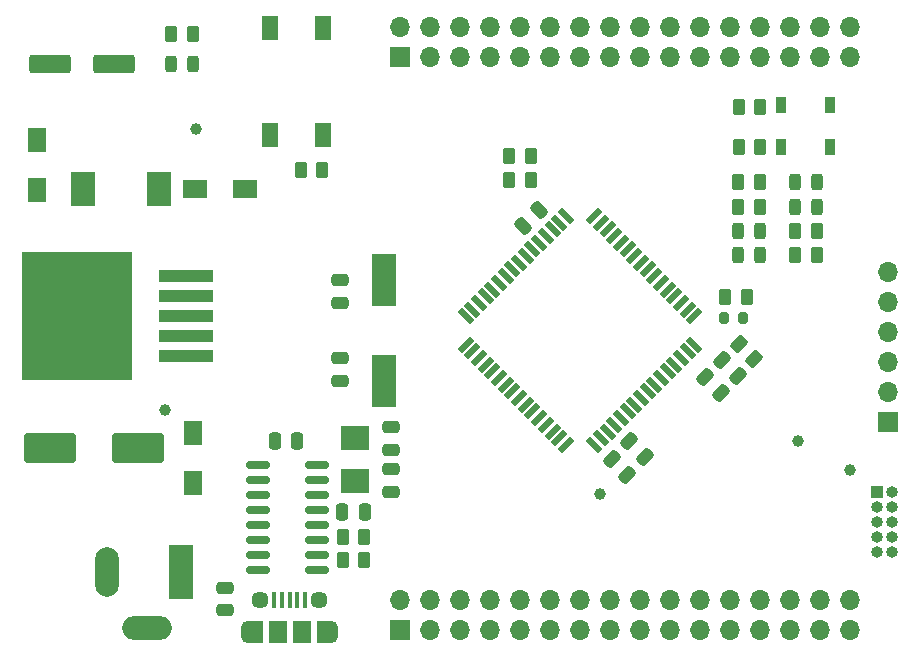
<source format=gbr>
%TF.GenerationSoftware,KiCad,Pcbnew,(6.0.5)*%
%TF.CreationDate,2022-06-14T16:15:44+07:00*%
%TF.ProjectId,atm128,61746d31-3238-42e6-9b69-6361645f7063,0.0*%
%TF.SameCoordinates,Original*%
%TF.FileFunction,Soldermask,Top*%
%TF.FilePolarity,Negative*%
%FSLAX46Y46*%
G04 Gerber Fmt 4.6, Leading zero omitted, Abs format (unit mm)*
G04 Created by KiCad (PCBNEW (6.0.5)) date 2022-06-14 16:15:44*
%MOMM*%
%LPD*%
G01*
G04 APERTURE LIST*
G04 Aperture macros list*
%AMRoundRect*
0 Rectangle with rounded corners*
0 $1 Rounding radius*
0 $2 $3 $4 $5 $6 $7 $8 $9 X,Y pos of 4 corners*
0 Add a 4 corners polygon primitive as box body*
4,1,4,$2,$3,$4,$5,$6,$7,$8,$9,$2,$3,0*
0 Add four circle primitives for the rounded corners*
1,1,$1+$1,$2,$3*
1,1,$1+$1,$4,$5*
1,1,$1+$1,$6,$7*
1,1,$1+$1,$8,$9*
0 Add four rect primitives between the rounded corners*
20,1,$1+$1,$2,$3,$4,$5,0*
20,1,$1+$1,$4,$5,$6,$7,0*
20,1,$1+$1,$6,$7,$8,$9,0*
20,1,$1+$1,$8,$9,$2,$3,0*%
%AMRotRect*
0 Rectangle, with rotation*
0 The origin of the aperture is its center*
0 $1 length*
0 $2 width*
0 $3 Rotation angle, in degrees counterclockwise*
0 Add horizontal line*
21,1,$1,$2,0,0,$3*%
G04 Aperture macros list end*
%ADD10C,1.000000*%
%ADD11R,0.400000X1.350000*%
%ADD12R,1.500000X1.900000*%
%ADD13O,1.200000X1.900000*%
%ADD14R,1.200000X1.900000*%
%ADD15C,1.450000*%
%ADD16RoundRect,0.250000X-0.262500X-0.450000X0.262500X-0.450000X0.262500X0.450000X-0.262500X0.450000X0*%
%ADD17RoundRect,0.250000X0.262500X0.450000X-0.262500X0.450000X-0.262500X-0.450000X0.262500X-0.450000X0*%
%ADD18RoundRect,0.200000X0.200000X0.275000X-0.200000X0.275000X-0.200000X-0.275000X0.200000X-0.275000X0*%
%ADD19RoundRect,0.250000X-0.512652X-0.159099X-0.159099X-0.512652X0.512652X0.159099X0.159099X0.512652X0*%
%ADD20R,2.000000X3.000000*%
%ADD21RoundRect,0.243750X-0.243750X-0.456250X0.243750X-0.456250X0.243750X0.456250X-0.243750X0.456250X0*%
%ADD22R,2.000000X4.600000*%
%ADD23O,2.000000X4.200000*%
%ADD24O,4.200000X2.000000*%
%ADD25RoundRect,0.250000X0.250000X0.475000X-0.250000X0.475000X-0.250000X-0.475000X0.250000X-0.475000X0*%
%ADD26RotRect,1.500000X0.550000X225.000000*%
%ADD27RotRect,1.500000X0.550000X315.000000*%
%ADD28R,1.700000X1.700000*%
%ADD29O,1.700000X1.700000*%
%ADD30RoundRect,0.243750X0.243750X0.456250X-0.243750X0.456250X-0.243750X-0.456250X0.243750X-0.456250X0*%
%ADD31R,2.000000X4.500000*%
%ADD32RoundRect,0.250000X-0.250000X-0.475000X0.250000X-0.475000X0.250000X0.475000X-0.250000X0.475000X0*%
%ADD33R,4.600000X1.100000*%
%ADD34R,9.400000X10.800000*%
%ADD35RoundRect,0.250000X-0.475000X0.250000X-0.475000X-0.250000X0.475000X-0.250000X0.475000X0.250000X0*%
%ADD36RoundRect,0.250000X0.512652X0.159099X0.159099X0.512652X-0.512652X-0.159099X-0.159099X-0.512652X0*%
%ADD37RoundRect,0.250000X0.159099X-0.512652X0.512652X-0.159099X-0.159099X0.512652X-0.512652X0.159099X0*%
%ADD38R,2.400000X2.000000*%
%ADD39RoundRect,0.250000X1.950000X1.000000X-1.950000X1.000000X-1.950000X-1.000000X1.950000X-1.000000X0*%
%ADD40R,1.500000X2.120000*%
%ADD41R,1.000000X1.000000*%
%ADD42O,1.000000X1.000000*%
%ADD43RoundRect,0.250000X0.475000X-0.250000X0.475000X0.250000X-0.475000X0.250000X-0.475000X-0.250000X0*%
%ADD44RoundRect,0.250000X1.500000X0.550000X-1.500000X0.550000X-1.500000X-0.550000X1.500000X-0.550000X0*%
%ADD45R,0.950000X1.400000*%
%ADD46R,1.400000X2.100000*%
%ADD47R,2.120000X1.500000*%
%ADD48RoundRect,0.150000X0.825000X0.150000X-0.825000X0.150000X-0.825000X-0.150000X0.825000X-0.150000X0*%
%ADD49RoundRect,0.250000X0.503814X0.132583X0.132583X0.503814X-0.503814X-0.132583X-0.132583X-0.503814X0*%
G04 APERTURE END LIST*
D10*
%TO.C,TP5*%
X66421000Y-60071000D03*
%TD*%
D11*
%TO.C,J6*%
X75720000Y-76177500D03*
X76370000Y-76177500D03*
X77020000Y-76177500D03*
X77670000Y-76177500D03*
X78320000Y-76177500D03*
D12*
X78020000Y-78877500D03*
X76020000Y-78877500D03*
D13*
X73520000Y-78877500D03*
D14*
X74120000Y-78877500D03*
D15*
X79520000Y-76177500D03*
D14*
X79920000Y-78877500D03*
D15*
X74520000Y-76177500D03*
D13*
X80520000Y-78877500D03*
%TD*%
D16*
%TO.C,R4*%
X115038500Y-34417000D03*
X116863500Y-34417000D03*
%TD*%
D10*
%TO.C,TP1*%
X69088000Y-36322000D03*
%TD*%
D17*
%TO.C,R10*%
X121664100Y-44881800D03*
X119839100Y-44881800D03*
%TD*%
D18*
%TO.C,R9*%
X115429800Y-52324000D03*
X113779800Y-52324000D03*
%TD*%
D19*
%TO.C,C6*%
X114971751Y-57186751D03*
X113628249Y-55843249D03*
%TD*%
D16*
%TO.C,R2*%
X77954500Y-39751000D03*
X79779500Y-39751000D03*
%TD*%
D17*
%TO.C,R5*%
X115720500Y-50546000D03*
X113895500Y-50546000D03*
%TD*%
%TO.C,R14*%
X83335500Y-72771000D03*
X81510500Y-72771000D03*
%TD*%
%TO.C,R13*%
X97432500Y-38608000D03*
X95607500Y-38608000D03*
%TD*%
D20*
%TO.C,L1*%
X59538000Y-41402000D03*
X65938000Y-41402000D03*
%TD*%
D21*
%TO.C,D7*%
X114988100Y-44881800D03*
X116863100Y-44881800D03*
%TD*%
D17*
%TO.C,R1*%
X68832100Y-28244800D03*
X67007100Y-28244800D03*
%TD*%
D22*
%TO.C,J1*%
X67818000Y-73771989D03*
D23*
X61518000Y-73771989D03*
D24*
X64918000Y-78571989D03*
%TD*%
D16*
%TO.C,R3*%
X115038500Y-37820600D03*
X116863500Y-37820600D03*
%TD*%
D25*
%TO.C,C12*%
X83373000Y-68707000D03*
X81473000Y-68707000D03*
%TD*%
D16*
%TO.C,R7*%
X115013100Y-42875200D03*
X116838100Y-42875200D03*
%TD*%
D26*
%TO.C,U2*%
X111287363Y-52137918D03*
X110721677Y-51572233D03*
X110155992Y-51006548D03*
X109590307Y-50440862D03*
X109024621Y-49875177D03*
X108458936Y-49309491D03*
X107893250Y-48743806D03*
X107327565Y-48178120D03*
X106761880Y-47612435D03*
X106196194Y-47046750D03*
X105630509Y-46481064D03*
X105064823Y-45915379D03*
X104499138Y-45349693D03*
X103933452Y-44784008D03*
X103367767Y-44218323D03*
X102802082Y-43652637D03*
D27*
X100397918Y-43652637D03*
X99832233Y-44218323D03*
X99266548Y-44784008D03*
X98700862Y-45349693D03*
X98135177Y-45915379D03*
X97569491Y-46481064D03*
X97003806Y-47046750D03*
X96438120Y-47612435D03*
X95872435Y-48178120D03*
X95306750Y-48743806D03*
X94741064Y-49309491D03*
X94175379Y-49875177D03*
X93609693Y-50440862D03*
X93044008Y-51006548D03*
X92478323Y-51572233D03*
X91912637Y-52137918D03*
D26*
X91912637Y-54542082D03*
X92478323Y-55107767D03*
X93044008Y-55673452D03*
X93609693Y-56239138D03*
X94175379Y-56804823D03*
X94741064Y-57370509D03*
X95306750Y-57936194D03*
X95872435Y-58501880D03*
X96438120Y-59067565D03*
X97003806Y-59633250D03*
X97569491Y-60198936D03*
X98135177Y-60764621D03*
X98700862Y-61330307D03*
X99266548Y-61895992D03*
X99832233Y-62461677D03*
X100397918Y-63027363D03*
D27*
X102802082Y-63027363D03*
X103367767Y-62461677D03*
X103933452Y-61895992D03*
X104499138Y-61330307D03*
X105064823Y-60764621D03*
X105630509Y-60198936D03*
X106196194Y-59633250D03*
X106761880Y-59067565D03*
X107327565Y-58501880D03*
X107893250Y-57936194D03*
X108458936Y-57370509D03*
X109024621Y-56804823D03*
X109590307Y-56239138D03*
X110155992Y-55673452D03*
X110721677Y-55107767D03*
X111287363Y-54542082D03*
%TD*%
D28*
%TO.C,J3*%
X86359989Y-78740000D03*
D29*
X86359989Y-76200000D03*
X88899989Y-78740000D03*
X88899989Y-76200000D03*
X91439989Y-78740000D03*
X91439989Y-76200000D03*
X93979989Y-78740000D03*
X93979989Y-76200000D03*
X96519989Y-78740000D03*
X96519989Y-76200000D03*
X99059989Y-78740000D03*
X99059989Y-76200000D03*
X101599989Y-78740000D03*
X101599989Y-76200000D03*
X104139989Y-78740000D03*
X104139989Y-76200000D03*
X106679989Y-78740000D03*
X106679989Y-76200000D03*
X109219989Y-78740000D03*
X109219989Y-76200000D03*
X111759989Y-78740000D03*
X111759989Y-76200000D03*
X114299989Y-78740000D03*
X114299989Y-76200000D03*
X116839989Y-78740000D03*
X116839989Y-76200000D03*
X119379989Y-78740000D03*
X119379989Y-76200000D03*
X121919989Y-78740000D03*
X121919989Y-76200000D03*
X124459989Y-78740000D03*
X124459989Y-76200000D03*
%TD*%
D30*
%TO.C,D4*%
X68857100Y-30784800D03*
X66982100Y-30784800D03*
%TD*%
D31*
%TO.C,XTAL1*%
X84963000Y-57590000D03*
X84963000Y-49090000D03*
%TD*%
D17*
%TO.C,R15*%
X83335500Y-70866000D03*
X81510500Y-70866000D03*
%TD*%
D32*
%TO.C,C13*%
X75758000Y-62738000D03*
X77658000Y-62738000D03*
%TD*%
D28*
%TO.C,J2*%
X86360000Y-30226000D03*
D29*
X86360000Y-27686000D03*
X88900000Y-30226000D03*
X88900000Y-27686000D03*
X91440000Y-30226000D03*
X91440000Y-27686000D03*
X93980000Y-30226000D03*
X93980000Y-27686000D03*
X96520000Y-30226000D03*
X96520000Y-27686000D03*
X99060000Y-30226000D03*
X99060000Y-27686000D03*
X101600000Y-30226000D03*
X101600000Y-27686000D03*
X104140000Y-30226000D03*
X104140000Y-27686000D03*
X106680000Y-30226000D03*
X106680000Y-27686000D03*
X109220000Y-30226000D03*
X109220000Y-27686000D03*
X111760000Y-30226000D03*
X111760000Y-27686000D03*
X114300000Y-30226000D03*
X114300000Y-27686000D03*
X116840000Y-30226000D03*
X116840000Y-27686000D03*
X119380000Y-30226000D03*
X119380000Y-27686000D03*
X121920000Y-30226000D03*
X121920000Y-27686000D03*
X124460000Y-30226000D03*
X124460000Y-27686000D03*
%TD*%
D33*
%TO.C,U1*%
X68193011Y-48708011D03*
X68193011Y-50408011D03*
X68193011Y-52108011D03*
D34*
X59043011Y-52108011D03*
D33*
X68193011Y-53808011D03*
X68193011Y-55508011D03*
%TD*%
D30*
%TO.C,D6*%
X121689100Y-40767000D03*
X119814100Y-40767000D03*
%TD*%
D17*
%TO.C,R11*%
X121664100Y-46964600D03*
X119839100Y-46964600D03*
%TD*%
D35*
%TO.C,C8*%
X81280000Y-55692000D03*
X81280000Y-57592000D03*
%TD*%
D19*
%TO.C,C4*%
X105610502Y-65568751D03*
X104267000Y-64225249D03*
%TD*%
D36*
%TO.C,C9*%
X113549351Y-58609151D03*
X112205849Y-57265649D03*
%TD*%
D30*
%TO.C,D5*%
X121689100Y-42875200D03*
X119814100Y-42875200D03*
%TD*%
D17*
%TO.C,R12*%
X97432500Y-40640000D03*
X95607500Y-40640000D03*
%TD*%
D37*
%TO.C,C5*%
X98080751Y-43143249D03*
X96737249Y-44486751D03*
%TD*%
D38*
%TO.C,Y1*%
X82550000Y-62412000D03*
X82550000Y-66112000D03*
%TD*%
D39*
%TO.C,C1*%
X64152011Y-63284011D03*
X56752011Y-63284011D03*
%TD*%
D40*
%TO.C,D1*%
X68834011Y-66244011D03*
X68834011Y-62014011D03*
%TD*%
D19*
%TO.C,C3*%
X107097751Y-64044751D03*
X105754249Y-62701249D03*
%TD*%
D10*
%TO.C,TP2*%
X103251000Y-67183000D03*
%TD*%
D41*
%TO.C,J5*%
X126746000Y-67056000D03*
D42*
X128016000Y-67056000D03*
X126746000Y-68326000D03*
X128016000Y-68326000D03*
X126746000Y-69596000D03*
X128016000Y-69596000D03*
X126746000Y-70866000D03*
X128016000Y-70866000D03*
X126746000Y-72136000D03*
X128016000Y-72136000D03*
%TD*%
D43*
%TO.C,C10*%
X85598000Y-66990000D03*
X85598000Y-65090000D03*
%TD*%
D10*
%TO.C,TP4*%
X120015000Y-62738000D03*
%TD*%
D43*
%TO.C,C14*%
X71501000Y-77023000D03*
X71501000Y-75123000D03*
%TD*%
D28*
%TO.C,J4*%
X127711200Y-61061600D03*
D29*
X127711200Y-58521600D03*
X127711200Y-55981600D03*
X127711200Y-53441600D03*
X127711200Y-50901600D03*
X127711200Y-48361600D03*
%TD*%
D16*
%TO.C,R8*%
X115013100Y-40767000D03*
X116838100Y-40767000D03*
%TD*%
D43*
%TO.C,C7*%
X81280000Y-50988000D03*
X81280000Y-49088000D03*
%TD*%
D44*
%TO.C,C2*%
X62136011Y-30772011D03*
X56736011Y-30772011D03*
%TD*%
D35*
%TO.C,C11*%
X85598000Y-61534000D03*
X85598000Y-63434000D03*
%TD*%
D45*
%TO.C,S3*%
X122725000Y-34290000D03*
X118575000Y-34290000D03*
%TD*%
D40*
%TO.C,D3*%
X55626000Y-37255000D03*
X55626000Y-41485000D03*
%TD*%
D21*
%TO.C,D8*%
X114988100Y-46964600D03*
X116863100Y-46964600D03*
%TD*%
D45*
%TO.C,S2*%
X122725000Y-37820600D03*
X118575000Y-37820600D03*
%TD*%
D46*
%TO.C,S1*%
X75347000Y-36808000D03*
X75347000Y-27708000D03*
X79847000Y-36808000D03*
X79847000Y-27708000D03*
%TD*%
D47*
%TO.C,D2*%
X69005000Y-41402000D03*
X73235000Y-41402000D03*
%TD*%
D48*
%TO.C,U3*%
X79310000Y-73660000D03*
X79310000Y-72390000D03*
X79310000Y-71120000D03*
X79310000Y-69850000D03*
X79310000Y-68580000D03*
X79310000Y-67310000D03*
X79310000Y-66040000D03*
X79310000Y-64770000D03*
X74360000Y-64770000D03*
X74360000Y-66040000D03*
X74360000Y-67310000D03*
X74360000Y-68580000D03*
X74360000Y-69850000D03*
X74360000Y-71120000D03*
X74360000Y-72390000D03*
X74360000Y-73660000D03*
%TD*%
D10*
%TO.C,TP3*%
X124460000Y-65151000D03*
%TD*%
D49*
%TO.C,R6*%
X116316835Y-55737835D03*
X115026365Y-54447365D03*
%TD*%
M02*

</source>
